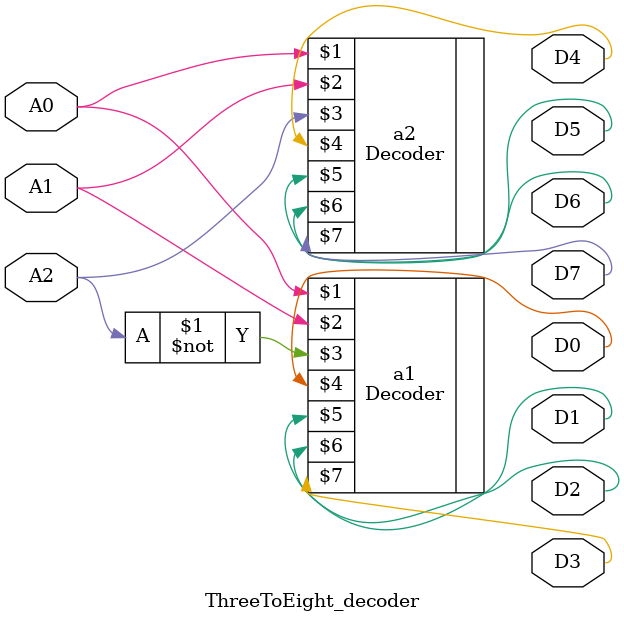
<source format=v>
`timescale 1ns / 1ps

module ThreeToEight_decoder(A0,A1,A2,D0,D1,D2,D3,D4,D5,D6,D7

    );
    input A0,A1,A2;
    output D0,D1,D2,D3,D4,D5,D6,D7;
    
    
    Decoder a1(A0,A1,~A2,D0,D1,D2,D3);
    Decoder a2(A0,A1,A2,D4,D5,D6,D7);
    
    
endmodule

</source>
